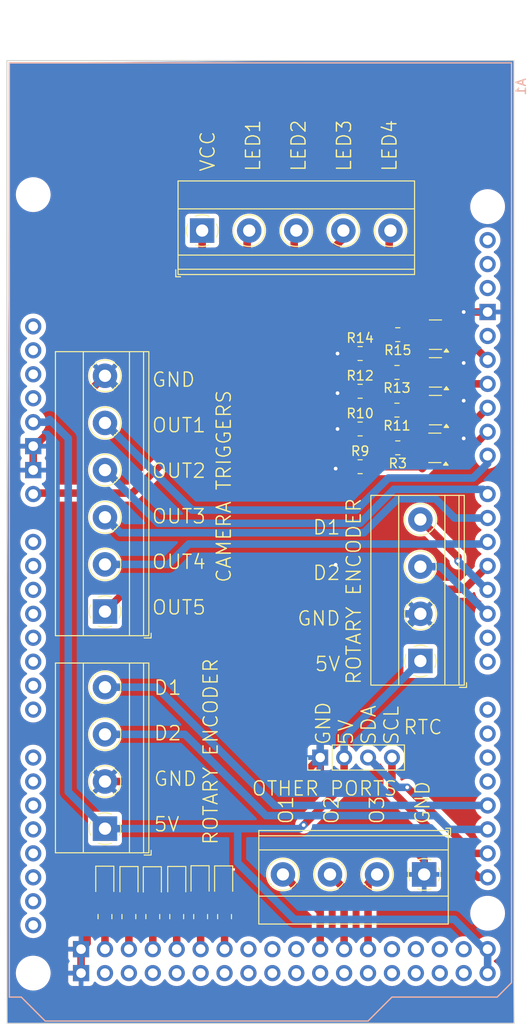
<source format=kicad_pcb>
(kicad_pcb (version 20240108) (generator "pcbnew") (generator_version "8.0")
  (layers (0 "F.Cu" signal) (31 "B.Cu" signal) (34 "B.Paste" user) (35 "F.Paste" user) (36 "B.SilkS" user "B.Silkscreen") (37 "F.SilkS" user "F.Silkscreen") (38 "B.Mask" user) (39 "F.Mask" user) (44 "Edge.Cuts" user))
  (net 0 "")
  (net 2 "+5V")
  (net 22 "Net-(A1-D2_INT0)")
  (net 23 "Net-(A1-D3_INT1)")
  (net 24 "Net-(Cameras/DAQ/Opto1-Pin_1)")
  (net 25 "Net-(Cameras/DAQ/Opto1-Pin_2)")
  (net 26 "Net-(Cameras/DAQ/Opto1-Pin_3)")
  (net 27 "Net-(Cameras/DAQ/Opto1-Pin_4)")
  (net 28 "Net-(Cameras/DAQ/Opto1-Pin_5)")
  (net 29 "LED4-D")
  (net 30 "LED2-D")
  (net 31 "LED3-D")
  (net 32 "LED1-D")
  (net 38 "Net-(A1-D18{slash}TX1)")
  (net 39 "Net-(A1-D19{slash}RX1)")
  (net 40 "Net-(A1-D20{slash}SDA)")
  (net 41 "Net-(A1-D21{slash}SCL)")
  (net 50 "Net-(Other1-Pin_4)")
  (net 52 "Net-(Other1-Pin_3)")
  (net 54 "Net-(Other1-Pin_2)")
  (net 62 "Net-(A1-PadD42)")
  (net 64 "Net-(A1-PadD44)")
  (net 66 "Net-(A1-PadD46)")
  (net 68 "Net-(A1-PadD48)")
  (net 70 "Net-(A1-D50_MISO)")
  (net 72 "Net-(A1-D52_SCK)")
  (net 74 "GND")
  (net 79 "VCC")
  (net 80 "Net-(Q5-D)")
  (net 81 "Net-(Q6-D)")
  (net 82 "Net-(Q7-D)")
  (net 83 "Net-(Q8-D)")
  (net 84 "LED1")
  (net 85 "LED2")
  (net 86 "LED3")
  (net 87 "LED4")
  (net 88 "Net-(V_LED1-A)")
  (net 89 "Net-(V_LED2-A)")
  (net 90 "Net-(V_LED3-A)")
  (net 91 "Net-(V_LED4-A)")
  (net 92 "Net-(V_LED5-A)")
  (net 93 "Net-(V_LED6-A)")
  (footprint "arduino-library:Arduino_Mega2560_R3_Shield_Reduced_Hole" (layer "F.Cu") (at 205.74 43.18 -90)
    (property "Reference" "A1" (at 2.54 -54.356 90) (layer "B.SilkS") (effects (justify mirror)))
    (property "Value" "Arduino_Mega2560_R3_Shield")
    (pad "" np_thru_hole circle (at 13.97 -2.54 270) (size 3.2 3.2) (drill 3.2) (layers "*.Cu" "*.Mask"))
    (pad "" np_thru_hole circle (at 15.24 -50.8 270) (size 3.2 3.2) (drill 3.2) (layers "*.Cu" "*.Mask"))
    (pad "" thru_hole oval (at 27.94 -2.54 270) (size 1.7272 1.7272) (drill 1.016) (layers "*.Cu" "*.Mask"))
    (pad "" np_thru_hole circle (at 90.17 -50.8 270) (size 3.2 3.2) (drill 3.2) (layers "*.Cu" "*.Mask"))
    (pad "" np_thru_hole circle (at 96.52 -2.54 270) (size 3.2 3.2) (drill 3.2) (layers "*.Cu" "*.Mask"))
    (pad "3V3" thru_hole oval (at 35.56 -2.54 270) (size 1.7272 1.7272) (drill 1.016) (layers "*.Cu" "*.Mask"))
    (pad "5V1" thru_hole oval (at 38.1 -2.54 270) (size 1.7272 1.7272) (drill 1.016) (layers "*.Cu" "*.Mask") (net 2 "+5V"))
    (pad "5V3" thru_hole oval (at 93.98 -50.8 270) (size 1.7272 1.7272) (drill 1.016) (layers "*.Cu" "*.Mask") (net 2 "+5V"))
    (pad "5V4" thru_hole oval (at 96.52 -50.8 270) (size 1.7272 1.7272) (drill 1.016) (layers "*.Cu" "*.Mask") (net 2 "+5V"))
    (pad "A0" thru_hole oval (at 50.8 -2.54 270) (size 1.7272 1.7272) (drill 1.016) (layers "*.Cu" "*.Mask"))
    (pad "A1" thru_hole oval (at 53.34 -2.54 270) (size 1.7272 1.7272) (drill 1.016) (layers "*.Cu" "*.Mask"))
    (pad "A2" thru_hole oval (at 55.88 -2.54 270) (size 1.7272 1.7272) (drill 1.016) (layers "*.Cu" "*.Mask"))
    (pad "A3" thru_hole oval (at 58.42 -2.54 270) (size 1.7272 1.7272) (drill 1.016) (layers "*.Cu" "*.Mask"))
    (pad "A4" thru_hole oval (at 60.96 -2.54 270) (size 1.7272 1.7272) (drill 1.016) (layers "*.Cu" "*.Mask"))
    (pad "A5" thru_hole oval (at 63.5 -2.54 270) (size 1.7272 1.7272) (drill 1.016) (layers "*.Cu" "*.Mask"))
    (pad "A6" thru_hole oval (at 66.04 -2.54 270) (size 1.7272 1.7272) (drill 1.016) (layers "*.Cu" "*.Mask"))
    (pad "A7" thru_hole oval (at 68.58 -2.54 270) (size 1.7272 1.7272) (drill 1.016) (layers "*.Cu" "*.Mask"))
    (pad "A8" thru_hole oval (at 73.66 -2.54 270) (size 1.7272 1.7272) (drill 1.016) (layers "*.Cu" "*.Mask"))
    (pad "A9" thru_hole oval (at 76.2 -2.54 270) (size 1.7272 1.7272) (drill 1.016) (layers "*.Cu" "*.Mask"))
    (pad "A10" thru_hole oval (at 78.74 -2.54 270) (size 1.7272 1.7272) (drill 1.016) (layers "*.Cu" "*.Mask"))
    (pad "A11" thru_hole oval (at 81.28 -2.54 270) (size 1.7272 1.7272) (drill 1.016) (layers "*.Cu" "*.Mask"))
    (pad "A12" thru_hole oval (at 83.82 -2.54 270) (size 1.7272 1.7272) (drill 1.016) (layers "*.Cu" "*.Mask"))
    (pad "A13" thru_hole oval (at 86.36 -2.54 270) (size 1.7272 1.7272) (drill 1.016) (layers "*.Cu" "*.Mask"))
    (pad "A14" thru_hole oval (at 88.9 -2.54 270) (size 1.7272 1.7272) (drill 1.016) (layers "*.Cu" "*.Mask"))
    (pad "A15" thru_hole oval (at 91.44 -2.54 270) (size 1.7272 1.7272) (drill 1.016) (layers "*.Cu" "*.Mask"))
    (pad "AREF" thru_hole oval (at 23.876 -50.8 270) (size 1.7272 1.7272) (drill 1.016) (layers "*.Cu" "*.Mask"))
    (pad "D0" thru_hole oval (at 63.5 -50.8 270) (size 1.7272 1.7272) (drill 1.016) (layers "*.Cu" "*.Mask"))
    (pad "D1" thru_hole oval (at 60.96 -50.8 270) (size 1.7272 1.7272) (drill 1.016) (layers "*.Cu" "*.Mask"))
    (pad "D2" thru_hole oval (at 58.42 -50.8 270) (size 1.7272 1.7272) (drill 1.016) (layers "*.Cu" "*.Mask") (net 22 "Net-(A1-D2_INT0)"))
    (pad "D3" thru_hole oval (at 55.88 -50.8 270) (size 1.7272 1.7272) (drill 1.016) (layers "*.Cu" "*.Mask") (net 23 "Net-(A1-D3_INT1)"))
    (pad "D4" thru_hole oval (at 53.34 -50.8 270) (size 1.7272 1.7272) (drill 1.016) (layers "*.Cu" "*.Mask") (net 24 "Net-(Cameras/DAQ/Opto1-Pin_1)"))
    (pad "D5" thru_hole oval (at 50.8 -50.8 270) (size 1.7272 1.7272) (drill 1.016) (layers "*.Cu" "*.Mask") (net 25 "Net-(Cameras/DAQ/Opto1-Pin_2)"))
    (pad "D6" thru_hole oval (at 48.26 -50.8 270) (size 1.7272 1.7272) (drill 1.016) (layers "*.Cu" "*.Mask") (net 26 "Net-(Cameras/DAQ/Opto1-Pin_3)"))
    (pad "D7" thru_hole oval (at 45.72 -50.8 270) (size 1.7272 1.7272) (drill 1.016) (layers "*.Cu" "*.Mask") (net 27 "Net-(Cameras/DAQ/Opto1-Pin_4)"))
    (pad "D8" thru_hole oval (at 41.656 -50.8 270) (size 1.7272 1.7272) (drill 1.016) (layers "*.Cu" "*.Mask") (net 28 "Net-(Cameras/DAQ/Opto1-Pin_5)"))
    (pad "D9" thru_hole oval (at 39.116 -50.8 270) (size 1.7272 1.7272) (drill 1.016) (layers "*.Cu" "*.Mask") (net 32 "LED1-D"))
    (pad "D10" thru_hole oval (at 36.576 -50.8 270) (size 1.7272 1.7272) (drill 1.016) (layers "*.Cu" "*.Mask") (net 30 "LED2-D"))
    (pad "D11" thru_hole oval (at 34.036 -50.8 270) (size 1.7272 1.7272) (drill 1.016) (layers "*.Cu" "*.Mask") (net 31 "LED3-D"))
    (pad "D12" thru_hole oval (at 31.496 -50.8 270) (size 1.7272 1.7272) (drill 1.016) (layers "*.Cu" "*.Mask") (net 29 "LED4-D"))
    (pad "D13" thru_hole oval (at 28.956 -50.8 270) (size 1.7272 1.7272) (drill 1.016) (layers "*.Cu" "*.Mask"))
    (pad "D14" thru_hole oval (at 68.58 -50.8 270) (size 1.7272 1.7272) (drill 1.016) (layers "*.Cu" "*.Mask"))
    (pad "D15" thru_hole oval (at 71.12 -50.8 270) (size 1.7272 1.7272) (drill 1.016) (layers "*.Cu" "*.Mask"))
    (pad "D16" thru_hole oval (at 73.66 -50.8 270) (size 1.7272 1.7272) (drill 1.016) (layers "*.Cu" "*.Mask"))
    (pad "D17" thru_hole oval (at 76.2 -50.8 270) (size 1.7272 1.7272) (drill 1.016) (layers "*.Cu" "*.Mask"))
    (pad "D18" thru_hole oval (at 78.74 -50.8 270) (size 1.7272 1.7272) (drill 1.016) (layers "*.Cu" "*.Mask") (net 38 "Net-(A1-D18{slash}TX1)"))
    (pad "D19" thru_hole oval (at 81.28 -50.8 270) (size 1.7272 1.7272) (drill 1.016) (layers "*.Cu" "*.Mask") (net 39 "Net-(A1-D19{slash}RX1)"))
    (pad "D20" thru_hole oval (at 83.82 -50.8 270) (size 1.7272 1.7272) (drill 1.016) (layers "*.Cu" "*.Mask") (net 40 "Net-(A1-D20{slash}SDA)"))
    (pad "D21" thru_hole oval (at 86.36 -50.8 270) (size 1.7272 1.7272) (drill 1.016) (layers "*.Cu" "*.Mask") (net 41 "Net-(A1-D21{slash}SCL)"))
    (pad "D22" thru_hole oval (at 93.98 -48.26 270) (size 1.7272 1.7272) (drill 1.016) (layers "*.Cu" "*.Mask"))
    (pad "D23" thru_hole oval (at 96.52 -48.26 270) (size 1.7272 1.7272) (drill 1.016) (layers "*.Cu" "*.Mask"))
    (pad "D24" thru_hole oval (at 93.98 -45.72 270) (size 1.7272 1.7272) (drill 1.016) (layers "*.Cu" "*.Mask"))
    (pad "D25" thru_hole oval (at 96.52 -45.72 270) (size 1.7272 1.7272) (drill 1.016) (layers "*.Cu" "*.Mask"))
    (pad "D26" thru_hole oval (at 93.98 -43.18 270) (size 1.7272 1.7272) (drill 1.016) (layers "*.Cu" "*.Mask"))
    (pad "D27" thru_hole oval (at 96.52 -43.18 270) (size 1.7272 1.7272) (drill 1.016) (layers "*.Cu" "*.Mask"))
    (pad "D28" thru_hole oval (at 93.98 -40.64 270) (size 1.7272 1.7272) (drill 1.016) (layers "*.Cu" "*.Mask"))
    (pad "D29" thru_hole oval (at 96.52 -40.64 270) (size 1.7272 1.7272) (drill 1.016) (layers "*.Cu" "*.Mask"))
    (pad "D30" thru_hole oval (at 93.98 -38.1 270) (size 1.7272 1.7272) (drill 1.016) (layers "*.Cu" "*.Mask") (net 54 "Net-(Other1-Pin_2)"))
    (pad "D31" thru_hole oval (at 96.52 -38.1 270) (size 1.7272 1.7272) (drill 1.016) (layers "*.Cu" "*.Mask"))
    (pad "D32" thru_hole oval (at 93.98 -35.56 270) (size 1.7272 1.7272) (drill 1.016) (layers "*.Cu" "*.Mask") (net 52 "Net-(Other1-Pin_3)"))
    (pad "D33" thru_hole oval (at 96.52 -35.56 270) (size 1.7272 1.7272) (drill 1.016) (layers "*.Cu" "*.Mask"))
    (pad "D34" thru_hole oval (at 93.98 -33.02 270) (size 1.7272 1.7272) (drill 1.016) (layers "*.Cu" "*.Mask") (net 50 "Net-(Other1-Pin_4)"))
    (pad "D35" thru_hole oval (at 96.52 -33.02 270) (size 1.7272 1.7272) (drill 1.016) (layers "*.Cu" "*.Mask"))
    (pad "D36" thru_hole oval (at 93.98 -30.48 270) (size 1.7272 1.7272) (drill 1.016) (layers "*.Cu" "*.Mask"))
    (pad "D37" thru_hole oval (at 96.52 -30.48 270) (size 1.7272 1.7272) (drill 1.016) (layers "*.Cu" "*.Mask"))
    (pad "D38" thru_hole oval (at 93.98 -27.94 270) (size 1.7272 1.7272) (drill 1.016) (layers "*.Cu" "*.Mask"))
    (pad "D39" thru_hole oval (at 96.52 -27.94 270) (size 1.7272 1.7272) (drill 1.016) (layers "*.Cu" "*.Mask"))
    (pad "D40" thru_hole oval (at 93.98 -25.4 270) (size 1.7272 1.7272) (drill 1.016) (layers "*.Cu" "*.Mask"))
    (pad "D41" thru_hole oval (at 96.52 -25.4 270) (size 1.7272 1.7272) (drill 1.016) (layers "*.Cu" "*.Mask"))
    (pad "D42" thru_hole oval (at 93.98 -22.86 270) (size 1.7272 1.7272) (drill 1.016) (layers "*.Cu" "*.Mask") (net 62 "Net-(A1-PadD42)"))
    (pad "D43" thru_hole oval (at 96.52 -22.86 270) (size 1.7272 1.7272) (drill 1.016) (layers "*.Cu" "*.Mask"))
    (pad "D44" thru_hole oval (at 93.98 -20.32 270) (size 1.7272 1.7272) (drill 1.016) (layers "*.Cu" "*.Mask") (net 64 "Net-(A1-PadD44)"))
    (pad "D45" thru_hole oval (at 96.52 -20.32 270) (size 1.7272 1.7272) (drill 1.016) (layers "*.Cu" "*.Mask"))
    (pad "D46" thru_hole oval (at 93.98 -17.78 270) (size 1.7272 1.7272) (drill 1.016) (layers "*.Cu" "*.Mask") (net 66 "Net-(A1-PadD46)"))
    (pad "D47" thru_hole oval (at 96.52 -17.78 270) (size 1.7272 1.7272) (drill 1.016) (layers "*.Cu" "*.Mask"))
    (pad "D48" thru_hole oval (at 93.98 -15.24 270) (size 1.7272 1.7272) (drill 1.016) (layers "*.Cu" "*.Mask") (net 68 "Net-(A1-PadD48)"))
    (pad "D49" thru_hole oval (at 96.52 -15.24 270) (size 1.7272 1.7272) (drill 1.016) (layers "*.Cu" "*.Mask"))
    (pad "D50" thru_hole oval (at 93.98 -12.7 270) (size 1.7272 1.7272) (drill 1.016) (layers "*.Cu" "*.Mask") (net 70 "Net-(A1-D50_MISO)"))
    (pad "D51" thru_hole oval (at 96.52 -12.7 270) (size 1.7272 1.7272) (drill 1.016) (layers "*.Cu" "*.Mask"))
    (pad "D52" thru_hole oval (at 93.98 -10.16 270) (size 1.7272 1.7272) (drill 1.016) (layers "*.Cu" "*.Mask") (net 72 "Net-(A1-D52_SCK)"))
    (pad "D53" thru_hole oval (at 96.52 -10.16 270) (size 1.7272 1.7272) (drill 1.016) (layers "*.Cu" "*.Mask"))
    (pad "GND1" thru_hole rect (at 26.416 -50.8 270) (size 1.7272 1.7272) (drill 1.016) (layers "*.Cu" "*.Mask") (net 74 "GND"))
    (pad "GND2" thru_hole rect (at 40.64 -2.54 270) (size 1.7272 1.7272) (drill 1.016) (layers "*.Cu" "*.Mask") (net 74 "GND"))
    (pad "GND3" thru_hole rect (at 43.18 -2.54 270) (size 1.7272 1.7272) (drill 1.016) (layers "*.Cu" "*.Mask") (net 74 "GND"))
    (pad "GND5" thru_hole rect (at 93.98 -7.62 270) (size 1.7272 1.7272) (drill 1.016) (layers "*.Cu" "*.Mask") (net 74 "GND"))
    (pad "GND6" thru_hole rect (at 96.52 -7.62 270) (size 1.7272 1.7272) (drill 1.016) (layers "*.Cu" "*.Mask") (net 74 "GND"))
    (pad "IORF" thru_hole oval (at 30.48 -2.54 270) (size 1.7272 1.7272) (drill 1.016) (layers "*.Cu" "*.Mask"))
    (pad "RST1" thru_hole oval (at 33.02 -2.54 270) (size 1.7272 1.7272) (drill 1.016) (layers "*.Cu" "*.Mask"))
    (pad "SCL" thru_hole oval (at 18.796 -50.8 270) (size 1.7272 1.7272) (drill 1.016) (layers "*.Cu" "*.Mask"))
    (pad "SDA" thru_hole oval (at 21.336 -50.8 270) (size 1.7272 1.7272) (drill 1.016) (layers "*.Cu" "*.Mask"))
    (pad "VIN" thru_hole oval (at 45.72 -2.54 270) (size 1.7272 1.7272) (drill 1.016) (layers "*.Cu" "*.Mask") (net 79 "VCC"))
  )
  (footprint "Connector_PinHeader_2.54mm:PinHeader_1x04_P2.54mm_Vertical" (layer "F.Cu") (at 238.76 116.84 90)
    (property "Reference" "Real_Time_Clock1" (hide yes))
    (property "Value" "Conn_01x04_Pin")
    (pad "1" thru_hole rect (at 0 0 90) (size 1.7 1.7) (drill 1) (layers "*.Cu" "*.Mask") (net 74 "GND"))
    (pad "2" thru_hole oval (at 0 2.54 90) (size 1.7 1.7) (drill 1) (layers "*.Cu" "*.Mask") (net 2 "+5V"))
    (pad "3" thru_hole oval (at 0 5.08 90) (size 1.7 1.7) (drill 1) (layers "*.Cu" "*.Mask") (net 40 "Net-(A1-D20{slash}SDA)"))
    (pad "4" thru_hole oval (at 0 7.62 90) (size 1.7 1.7) (drill 1) (layers "*.Cu" "*.Mask") (net 41 "Net-(A1-D21{slash}SCL)"))
  )
  (footprint "LED_SMD:LED_0805_2012Metric" (layer "F.Cu") (at 220.9292 130.1031 -90)
    (property "Reference" "V_LED4" (hide yes))
    (property "Value" "LED")
    (pad "1" smd roundrect (at -0.9375 0 270) (size 0.975 1.4) (layers "F.Cu" "F.Paste" "F.Mask") (net 74 "GND"))
    (pad "2" smd roundrect (at 0.9375 0 270) (size 0.975 1.4) (layers "F.Cu" "F.Paste" "F.Mask") (net 91 "Net-(V_LED4-A)"))
  )
  (footprint "TerminalBlock_Phoenix:TerminalBlock_Phoenix_MKDS-1,5-5_1x05_P5.00mm_Horizontal" (layer "F.Cu") (at 226.22 60.96)
    (property "Reference" "UV_Leds/IR_LEDs1" (hide yes))
    (property "Value" "Screw_Terminal_01x05" (hide yes))
    (pad "1" thru_hole rect (at 0 0) (size 2.6 2.6) (drill 1.3) (layers "*.Cu" "*.Mask") (net 79 "VCC"))
    (pad "2" thru_hole circle (at 5 0) (size 2.6 2.6) (drill 1.3) (layers "*.Cu" "*.Mask") (net 84 "LED1"))
    (pad "3" thru_hole circle (at 10 0) (size 2.6 2.6) (drill 1.3) (layers "*.Cu" "*.Mask") (net 85 "LED2"))
    (pad "4" thru_hole circle (at 15 0) (size 2.6 2.6) (drill 1.3) (layers "*.Cu" "*.Mask") (net 86 "LED3"))
    (pad "5" thru_hole circle (at 20 0) (size 2.6 2.6) (drill 1.3) (layers "*.Cu" "*.Mask") (net 87 "LED4"))
  )
  (footprint "TerminalBlock_Phoenix:TerminalBlock_Phoenix_MKDS-1,5-4_1x04_P5.00mm_Horizontal" (layer "F.Cu") (at 215.9004 124.38 90)
    (property "Reference" "Rotary_Encoder1" (hide yes))
    (property "Value" "Screw_Terminal_01x04")
    (pad "1" thru_hole rect (at 0 0 90) (size 2.6 2.6) (drill 1.3) (layers "*.Cu" "*.Mask") (net 2 "+5V"))
    (pad "2" thru_hole circle (at 5 0 90) (size 2.6 2.6) (drill 1.3) (layers "*.Cu" "*.Mask") (net 74 "GND"))
    (pad "3" thru_hole circle (at 10 0 90) (size 2.6 2.6) (drill 1.3) (layers "*.Cu" "*.Mask") (net 39 "Net-(A1-D19{slash}RX1)"))
    (pad "4" thru_hole circle (at 15 0 90) (size 2.6 2.6) (drill 1.3) (layers "*.Cu" "*.Mask") (net 38 "Net-(A1-D18{slash}TX1)"))
  )
  (footprint "Package_TO_SOT_SMD:SOT-23" (layer "F.Cu") (at 251 72 180)
    (property "Reference" "Q8" (hide yes))
    (property "Value" "AOSS32334c")
    (pad "1" smd roundrect (at -0.9375 -0.95 180) (size 1.475 0.6) (layers "F.Cu" "F.Paste" "F.Mask") (net 29 "LED4-D"))
    (pad "2" smd roundrect (at -0.9375 0.95 180) (size 1.475 0.6) (layers "F.Cu" "F.Paste" "F.Mask") (net 74 "GND"))
    (pad "3" smd roundrect (at 0.9375 0 180) (size 1.475 0.6) (layers "F.Cu" "F.Paste" "F.Mask") (net 83 "Net-(Q8-D)"))
  )
  (footprint "TerminalBlock_Phoenix:TerminalBlock_Phoenix_MKDS-1,5-4_1x04_P5.00mm_Horizontal" (layer "F.Cu") (at 249.4 106.6 90)
    (property "Reference" "Rotary_Encoder2" (hide yes))
    (property "Value" "Screw_Terminal_01x04")
    (pad "1" thru_hole rect (at 0 0 90) (size 2.6 2.6) (drill 1.3) (layers "*.Cu" "*.Mask") (net 2 "+5V"))
    (pad "2" thru_hole circle (at 5 0 90) (size 2.6 2.6) (drill 1.3) (layers "*.Cu" "*.Mask") (net 74 "GND"))
    (pad "3" thru_hole circle (at 10 0 90) (size 2.6 2.6) (drill 1.3) (layers "*.Cu" "*.Mask") (net 22 "Net-(A1-D2_INT0)"))
    (pad "4" thru_hole circle (at 15 0 90) (size 2.6 2.6) (drill 1.3) (layers "*.Cu" "*.Mask") (net 23 "Net-(A1-D3_INT1)"))
  )
  (footprint "LED_SMD:LED_0805_2012Metric" (layer "F.Cu") (at 215.88 130.0463 -90)
    (property "Reference" "V_LED6" (hide yes))
    (property "Value" "LED")
    (pad "1" smd roundrect (at -0.9375 0 270) (size 0.975 1.4) (layers "F.Cu" "F.Paste" "F.Mask") (net 74 "GND"))
    (pad "2" smd roundrect (at 0.9375 0 270) (size 0.975 1.4) (layers "F.Cu" "F.Paste" "F.Mask") (net 93 "Net-(V_LED6-A)"))
  )
  (footprint "Resistor_SMD:R_0805_2012Metric" (layer "F.Cu") (at 223.52 133.7075 -90)
    (property "Reference" "V_LED_R3" (hide yes))
    (property "Value" "300")
    (pad "1" smd roundrect (at -0.9125 0 270) (size 1.025 1.4) (layers "F.Cu" "F.Paste" "F.Mask") (roundrect_rratio 0.243902) (net 90 "Net-(V_LED3-A)"))
    (pad "2" smd roundrect (at 0.9125 0 270) (size 1.025 1.4) (layers "F.Cu" "F.Paste" "F.Mask") (roundrect_rratio 0.243902) (net 66 "Net-(A1-PadD46)"))
  )
  (footprint "LED_SMD:LED_0805_2012Metric" (layer "F.Cu") (at 228.504 130.0178 -90)
    (property "Reference" "V_LED1" (hide yes))
    (property "Value" "LED")
    (pad "1" smd roundrect (at -0.9375 0 270) (size 0.975 1.4) (layers "F.Cu" "F.Paste" "F.Mask") (net 74 "GND"))
    (pad "2" smd roundrect (at 0.9375 0 270) (size 0.975 1.4) (layers "F.Cu" "F.Paste" "F.Mask") (net 88 "Net-(V_LED1-A)"))
  )
  (footprint "Package_TO_SOT_SMD:SOT-23" (layer "F.Cu") (at 251 76 180)
    (property "Reference" "Q7" (hide yes))
    (property "Value" "AOSS32334c")
    (pad "1" smd roundrect (at -0.9375 -0.95 180) (size 1.475 0.6) (layers "F.Cu" "F.Paste" "F.Mask") (net 31 "LED3-D"))
    (pad "2" smd roundrect (at -0.9375 0.95 180) (size 1.475 0.6) (layers "F.Cu" "F.Paste" "F.Mask") (net 74 "GND"))
    (pad "3" smd roundrect (at 0.9375 0 180) (size 1.475 0.6) (layers "F.Cu" "F.Paste" "F.Mask") (net 82 "Net-(Q7-D)"))
  )
  (footprint "Resistor_SMD:R_0805_2012Metric" (layer "F.Cu") (at 243 86)
    (property "Reference" "R9" (at 0 -1.65 0) (layer "F.SilkS"))
    (property "Value" "10k")
    (pad "1" smd roundrect (at -0.9125 0) (size 1.025 1.4) (layers "F.Cu" "F.Paste" "F.Mask") (roundrect_rratio 0.243902) (net 74 "GND"))
    (pad "2" smd roundrect (at 0.9125 0) (size 1.025 1.4) (layers "F.Cu" "F.Paste" "F.Mask") (roundrect_rratio 0.243902) (net 32 "LED1-D"))
  )
  (footprint "LED_SMD:LED_0805_2012Metric" (layer "F.Cu") (at 226 130 -90)
    (property "Reference" "V_LED2" (hide yes))
    (property "Value" "LED")
    (pad "1" smd roundrect (at -0.9375 0 270) (size 0.975 1.4) (layers "F.Cu" "F.Paste" "F.Mask") (net 74 "GND"))
    (pad "2" smd roundrect (at 0.9375 0 270) (size 0.975 1.4) (layers "F.Cu" "F.Paste" "F.Mask") (net 89 "Net-(V_LED2-A)"))
  )
  (footprint "Resistor_SMD:R_0805_2012Metric" (layer "F.Cu") (at 243 74)
    (property "Reference" "R14" (at 0 -1.65 0) (layer "F.SilkS"))
    (property "Value" "10k")
    (pad "1" smd roundrect (at -0.9125 0) (size 1.025 1.4) (layers "F.Cu" "F.Paste" "F.Mask") (roundrect_rratio 0.243902) (net 74 "GND"))
    (pad "2" smd roundrect (at 0.9125 0) (size 1.025 1.4) (layers "F.Cu" "F.Paste" "F.Mask") (roundrect_rratio 0.243902) (net 29 "LED4-D"))
  )
  (footprint "TerminalBlock_Phoenix:TerminalBlock_Phoenix_MKDS-1,5-4_1x04_P5.00mm_Horizontal" (layer "F.Cu") (at 249.8 129.235 180)
    (property "Reference" "Other1" (hide yes))
    (property "Value" "Screw_Terminal_01x04")
    (pad "1" thru_hole rect (at 0 0 180) (size 2.6 2.6) (drill 1.3) (layers "*.Cu" "*.Mask") (net 74 "GND"))
    (pad "2" thru_hole circle (at 5 0 180) (size 2.6 2.6) (drill 1.3) (layers "*.Cu" "*.Mask") (net 54 "Net-(Other1-Pin_2)"))
    (pad "3" thru_hole circle (at 10 0 180) (size 2.6 2.6) (drill 1.3) (layers "*.Cu" "*.Mask") (net 52 "Net-(Other1-Pin_3)"))
    (pad "4" thru_hole circle (at 15 0 180) (size 2.6 2.6) (drill 1.3) (layers "*.Cu" "*.Mask") (net 50 "Net-(Other1-Pin_4)"))
  )
  (footprint "Resistor_SMD:R_0805_2012Metric" (layer "F.Cu") (at 226.06 133.7075 -90)
    (property "Reference" "V_LED_R2" (hide yes))
    (property "Value" "300")
    (pad "1" smd roundrect (at -0.9125 0 270) (size 1.025 1.4) (layers "F.Cu" "F.Paste" "F.Mask") (roundrect_rratio 0.243902) (net 89 "Net-(V_LED2-A)"))
    (pad "2" smd roundrect (at 0.9125 0 270) (size 1.025 1.4) (layers "F.Cu" "F.Paste" "F.Mask") (roundrect_rratio 0.243902) (net 64 "Net-(A1-PadD44)"))
  )
  (footprint "Resistor_SMD:R_0805_2012Metric" (layer "F.Cu") (at 220.98 133.7075 -90)
    (property "Reference" "V_LED_R4" (hide yes))
    (property "Value" "300")
    (pad "1" smd roundrect (at -0.9125 0 270) (size 1.025 1.4) (layers "F.Cu" "F.Paste" "F.Mask") (roundrect_rratio 0.243902) (net 91 "Net-(V_LED4-A)"))
    (pad "2" smd roundrect (at 0.9125 0 270) (size 1.025 1.4) (layers "F.Cu" "F.Paste" "F.Mask") (roundrect_rratio 0.243902) (net 68 "Net-(A1-PadD48)"))
  )
  (footprint "LED_SMD:LED_0805_2012Metric" (layer "F.Cu") (at 223.524 130.075 -90)
    (property "Reference" "V_LED3" (hide yes))
    (property "Value" "LED")
    (pad "1" smd roundrect (at -0.9375 0 270) (size 0.975 1.4) (layers "F.Cu" "F.Paste" "F.Mask") (net 74 "GND"))
    (pad "2" smd roundrect (at 0.9375 0 270) (size 0.975 1.4) (layers "F.Cu" "F.Paste" "F.Mask") (net 90 "Net-(V_LED3-A)"))
  )
  (footprint "Resistor_SMD:R_0805_2012Metric" (layer "F.Cu") (at 247 84 180)
    (property "Reference" "R3" (at 0 -1.65 180) (layer "F.SilkS"))
    (property "Value" "300")
    (pad "1" smd roundrect (at -0.9125 0 180) (size 1.025 1.4) (layers "F.Cu" "F.Paste" "F.Mask") (roundrect_rratio 0.243902) (net 80 "Net-(Q5-D)"))
    (pad "2" smd roundrect (at 0.9125 0 180) (size 1.025 1.4) (layers "F.Cu" "F.Paste" "F.Mask") (roundrect_rratio 0.243902) (net 84 "LED1"))
  )
  (footprint "Resistor_SMD:R_0805_2012Metric" (layer "F.Cu") (at 246.9125 76 180)
    (property "Reference" "R13" (at 0 -1.65 180) (layer "F.SilkS"))
    (property "Value" "300")
    (pad "1" smd roundrect (at -0.9125 0 180) (size 1.025 1.4) (layers "F.Cu" "F.Paste" "F.Mask") (roundrect_rratio 0.243902) (net 82 "Net-(Q7-D)"))
    (pad "2" smd roundrect (at 0.9125 0 180) (size 1.025 1.4) (layers "F.Cu" "F.Paste" "F.Mask") (roundrect_rratio 0.243902) (net 86 "LED3"))
  )
  (footprint "Resistor_SMD:R_0805_2012Metric" (layer "F.Cu") (at 228.6 133.7075 -90)
    (property "Reference" "V_LED_R1" (hide yes))
    (property "Value" "300")
    (pad "1" smd roundrect (at -0.9125 0 270) (size 1.025 1.4) (layers "F.Cu" "F.Paste" "F.Mask") (roundrect_rratio 0.243902) (net 88 "Net-(V_LED1-A)"))
    (pad "2" smd roundrect (at 0.9125 0 270) (size 1.025 1.4) (layers "F.Cu" "F.Paste" "F.Mask") (roundrect_rratio 0.243902) (net 62 "Net-(A1-PadD42)"))
  )
  (footprint "Resistor_SMD:R_0805_2012Metric" (layer "F.Cu") (at 218.44 133.7075 -90)
    (property "Reference" "V_LED_R5" (hide yes))
    (property "Value" "300")
    (pad "1" smd roundrect (at -0.9125 0 270) (size 1.025 1.4) (layers "F.Cu" "F.Paste" "F.Mask") (roundrect_rratio 0.243902) (net 92 "Net-(V_LED5-A)"))
    (pad "2" smd roundrect (at 0.9125 0 270) (size 1.025 1.4) (layers "F.Cu" "F.Paste" "F.Mask") (roundrect_rratio 0.243902) (net 70 "Net-(A1-D50_MISO)"))
  )
  (footprint "Resistor_SMD:R_0805_2012Metric" (layer "F.Cu") (at 215.9 133.7075 -90)
    (property "Reference" "V_LED_R6" (hide yes))
    (property "Value" "300")
    (pad "1" smd roundrect (at -0.9125 0 270) (size 1.025 1.4) (layers "F.Cu" "F.Paste" "F.Mask") (roundrect_rratio 0.243902) (net 93 "Net-(V_LED6-A)"))
    (pad "2" smd roundrect (at 0.9125 0 270) (size 1.025 1.4) (layers "F.Cu" "F.Paste" "F.Mask") (roundrect_rratio 0.243902) (net 72 "Net-(A1-D52_SCK)"))
  )
  (footprint "Resistor_SMD:R_0805_2012Metric" (layer "F.Cu") (at 243 78)
    (property "Reference" "R12" (at 0 -1.65 0) (layer "F.SilkS"))
    (property "Value" "10k")
    (pad "1" smd roundrect (at -0.9125 0) (size 1.025 1.4) (layers "F.Cu" "F.Paste" "F.Mask") (roundrect_rratio 0.243902) (net 74 "GND"))
    (pad "2" smd roundrect (at 0.9125 0) (size 1.025 1.4) (layers "F.Cu" "F.Paste" "F.Mask") (roundrect_rratio 0.243902) (net 31 "LED3-D"))
  )
  (footprint "LED_SMD:LED_0805_2012Metric" (layer "F.Cu") (at 218.45 130.0831 -90)
    (property "Reference" "V_LED5" (hide yes))
    (property "Value" "LED")
    (pad "1" smd roundrect (at -0.9375 0 270) (size 0.975 1.4) (layers "F.Cu" "F.Paste" "F.Mask") (net 74 "GND"))
    (pad "2" smd roundrect (at 0.9375 0 270) (size 0.975 1.4) (layers "F.Cu" "F.Paste" "F.Mask") (net 92 "Net-(V_LED5-A)"))
  )
  (footprint "Resistor_SMD:R_0805_2012Metric" (layer "F.Cu") (at 246.9125 80 180)
    (property "Reference" "R11" (at 0 -1.65 180) (layer "F.SilkS"))
    (property "Value" "300")
    (pad "1" smd roundrect (at -0.9125 0 180) (size 1.025 1.4) (layers "F.Cu" "F.Paste" "F.Mask") (roundrect_rratio 0.243902) (net 81 "Net-(Q6-D)"))
    (pad "2" smd roundrect (at 0.9125 0 180) (size 1.025 1.4) (layers "F.Cu" "F.Paste" "F.Mask") (roundrect_rratio 0.243902) (net 85 "LED2"))
  )
  (footprint "Resistor_SMD:R_0805_2012Metric" (layer "F.Cu") (at 247 72 180)
    (property "Reference" "R15" (at 0 -1.65 180) (layer "F.SilkS"))
    (property "Value" "300")
    (pad "1" smd roundrect (at -0.9125 0 180) (size 1.025 1.4) (layers "F.Cu" "F.Paste" "F.Mask") (roundrect_rratio 0.243902) (net 83 "Net-(Q8-D)"))
    (pad "2" smd roundrect (at 0.9125 0 180) (size 1.025 1.4) (layers "F.Cu" "F.Paste" "F.Mask") (roundrect_rratio 0.243902) (net 87 "LED4"))
  )
  (footprint "Resistor_SMD:R_0805_2012Metric" (layer "F.Cu") (at 243 82)
    (property "Reference" "R10" (at 0 -1.65 0) (layer "F.SilkS"))
    (property "Value" "10k")
    (pad "1" smd roundrect (at -0.9125 0) (size 1.025 1.4) (layers "F.Cu" "F.Paste" "F.Mask") (roundrect_rratio 0.243902) (net 74 "GND"))
    (pad "2" smd roundrect (at 0.9125 0) (size 1.025 1.4) (layers "F.Cu" "F.Paste" "F.Mask") (roundrect_rratio 0.243902) (net 30 "LED2-D"))
  )
  (footprint "Package_TO_SOT_SMD:SOT-23" (layer "F.Cu") (at 251 80 180)
    (property "Reference" "Q6" (hide yes))
    (property "Value" "AOSS32334c")
    (pad "1" smd roundrect (at -0.9375 -0.95 180) (size 1.475 0.6) (layers "F.Cu" "F.Paste" "F.Mask") (net 30 "LED2-D"))
    (pad "2" smd roundrect (at -0.9375 0.95 180) (size 1.475 0.6) (layers "F.Cu" "F.Paste" "F.Mask") (net 74 "GND"))
    (pad "3" smd roundrect (at 0.9375 0 180) (size 1.475 0.6) (layers "F.Cu" "F.Paste" "F.Mask") (net 81 "Net-(Q6-D)"))
  )
  (footprint "Package_TO_SOT_SMD:SOT-23" (layer "F.Cu") (at 250.9375 84 180)
    (property "Reference" "Q5" (hide yes))
    (property "Value" "AOSS32334c")
    (pad "1" smd roundrect (at -0.9375 -0.95 180) (size 1.475 0.6) (layers "F.Cu" "F.Paste" "F.Mask") (net 32 "LED1-D"))
    (pad "2" smd roundrect (at -0.9375 0.95 180) (size 1.475 0.6) (layers "F.Cu" "F.Paste" "F.Mask") (net 74 "GND"))
    (pad "3" smd roundrect (at 0.9375 0 180) (size 1.475 0.6) (layers "F.Cu" "F.Paste" "F.Mask") (net 80 "Net-(Q5-D)"))
  )
  (footprint "TerminalBlock_Phoenix:TerminalBlock_Phoenix_MKDS-1,5-6_1x06_P5.00mm_Horizontal" (layer "F.Cu") (at 215.9 101.36 90)
    (property "Reference" "Cameras/DAQ/Opto1" (hide yes))
    (property "Value" "Screw_Terminal_01x06")
    (pad "1" thru_hole rect (at 0 0 90) (size 2.6 2.6) (drill 1.3) (layers "*.Cu" "*.Mask") (net 24 "Net-(Cameras/DAQ/Opto1-Pin_1)"))
    (pad "2" thru_hole circle (at 5 0 90) (size 2.6 2.6) (drill 1.3) (layers "*.Cu" "*.Mask") (net 25 "Net-(Cameras/DAQ/Opto1-Pin_2)"))
    (pad "3" thru_hole circle (at 10 0 90) (size 2.6 2.6) (drill 1.3) (layers "*.Cu" "*.Mask") (net 26 "Net-(Cameras/DAQ/Opto1-Pin_3)"))
    (pad "4" thru_hole circle (at 15 0 90) (size 2.6 2.6) (drill 1.3) (layers "*.Cu" "*.Mask") (net 27 "Net-(Cameras/DAQ/Opto1-Pin_4)"))
    (pad "5" thru_hole circle (at 20 0 90) (size 2.6 2.6) (drill 1.3) (layers "*.Cu" "*.Mask") (net 28 "Net-(Cameras/DAQ/Opto1-Pin_5)"))
    (pad "6" thru_hole circle (at 25 0 90) (size 2.6 2.6) (drill 1.3) (layers "*.Cu" "*.Mask") (net 74 "GND"))
  )
  (gr_line (start 259.33 140.82) (end 259.34 42.93) (stroke (width 0.1)) (layer "Edge.Cuts"))
  (gr_line (start 259.34 42.93) (end 205.48 42.93) (stroke (width 0.1)) (layer "Edge.Cuts"))
  (gr_line (start 259.36 145.02) (end 205.5 145.02) (stroke (width 0.1)) (layer "Edge.Cuts"))
  (gr_line (start 205.49 142.49) (end 205.5 145.02) (stroke (width 0.1)) (layer "Edge.Cuts"))
  (gr_line (start 205.48 42.93) (end 205.49 142.49) (stroke (width 0.1)) (layer "Edge.Cuts"))
  (gr_line (start 259.33 140.82) (end 259.36 145.02) (stroke (width 0.1)) (layer "Edge.Cuts"))
  (gr_text "CAMERA TRIGGERS" (at 229.4 98.4 90) (layer "F.SilkS") (effects (font (size 1.5 1.5)) (justify left bottom)))
  (gr_text "RTC" (at 247.5 114.5 0) (layer "F.SilkS") (effects (font (size 1.5 1.5)) (justify left bottom)))
  (gr_text "GND\n5V\nSDA\nSCL" (at 247.2 115.6 90) (layer "F.SilkS") (effects (font (size 1.5 1.5)) (justify left bottom)))
  (gr_text "OTHER PORTS" (at 231.4 121 0) (layer "F.SilkS") (effects (font (size 1.5 1.5)) (justify left bottom)))
  (gr_text "O1\n\nO2\n\nO3\n\nGND" (at 250.5 124 90) (layer "F.SilkS") (effects (font (size 1.5 1.5)) (justify left bottom)))
  (gr_text "D1\n\nD2\n\nGND\n\n5V" (at 221 124.8 0) (layer "F.SilkS") (effects (font (size 1.5 1.5)) (justify left bottom)))
  (gr_text "ROTARY ENCODER" (at 243.2 109.2 90) (layer "F.SilkS") (effects (font (size 1.5 1.5)) (justify left bottom)))
  (gr_text "D1\n\nD2\n\nGND\n\n5V" (at 241 107.8 0) (layer "F.SilkS") (effects (font (size 1.5 1.5)) (justify right bottom)))
  (gr_text "GND\n\nOUT1\n\nOUT2\n\nOUT3\n\nOUT4\n\nOUT5" (at 220.8 101.8 0) (layer "F.SilkS") (effects (font (size 1.5 1.5)) (justify left bottom)))
  (gr_text "VCC\n\nLED1\n\nLED2\n\nLED3\n\nLED4\n" (at 247 54.8 90) (layer "F.SilkS") (effects (font (size 1.5 1.5)) (justify left bottom)))
  (gr_text "ROTARY ENCODER" (at 228 126.2 90) (layer "F.SilkS") (effects (font (size 1.5 1.5)) (justify left bottom)))
  (segment (start 237 124) (end 241.3 119.7) (width 0.8) (layer "F.Cu") (net 2))
  (segment (start 241.3 119.7) (end 241.3 116.84) (width 0.8) (layer "F.Cu") (net 2))
  (via (at 237 124) (size 0.8) (drill 0.4) (layers "F.Cu" "B.Cu") (net 2))
  (segment (start 253 134) (end 236 134) (width 0.8) (layer "B.Cu") (net 2))
  (segment (start 230 124.38) (end 236.62 124.38) (width 0.8) (layer "B.Cu") (net 2))
  (segment (start 212 83) (end 210 81) (width 0.8) (layer "B.Cu") (net 2))
  (segment (start 241.3 114.7) (end 249.4 106.6) (width 0.8) (layer "B.Cu") (net 2))
  (segment (start 236 134) (end 230 128) (width 0.8) (layer "B.Cu") (net 2))
  (segment (start 209.72 81.28) (end 208.28 81.28) (width 0.8) (layer "B.Cu") (net 2))
  (segment (start 241.3 116.84) (end 241.3 114.7) (width 0.8) (layer "B.Cu") (net 2))
  (segment (start 236.62 124.38) (end 237 124) (width 0.8) (layer "B.Cu") (net 2))
  (segment (start 230 128) (end 230 124.38) (width 0.8) (layer "B.Cu") (net 2))
  (segment (start 256.16 137.16) (end 253 134) (width 0.8) (layer "B.Cu") (net 2))
  (segment (start 215.9004 124.38) (end 212 120.4796) (width 0.8) (layer "B.Cu") (net 2))
  (segment (start 256.54 139.7) (end 256.54 137.16) (width 0.8) (layer "B.Cu") (net 2))
  (segment (start 256.54 137.16) (end 256.16 137.16) (width 0.8) (layer "B.Cu") (net 2))
  (segment (start 215.9004 124.38) (end 230 124.38) (width 0.8) (layer "B.Cu") (net 2))
  (segment (start 212 120.4796) (end 212 83) (width 0.8) (layer "B.Cu") (net 2))
  (segment (start 210 81) (end 209.72 81.28) (width 0.8) (layer "B.Cu") (net 2))
  (segment (start 251.54 96.6) (end 256.54 101.6) (width 0.8) (layer "B.Cu") (net 22))
  (segment (start 249.4 96.6) (end 251.54 96.6) (width 0.8) (layer "B.Cu") (net 22))
  (segment (start 253.4 95.6) (end 249.4 91.6) (width 0.8) (layer "F.Cu") (net 23))
  (segment (start 253.4 96) (end 253.4 95.6) (width 0.8) (layer "F.Cu") (net 23))
  (via (at 253.4 96) (size 0.8) (drill 0.4) (layers "F.Cu" "B.Cu") (net 23))
  (segment (start 256.54 99.06) (end 256.46 99.06) (width 0.8) (layer "B.Cu") (net 23))
  (segment (start 256.46 99.06) (end 253.4 96) (width 0.8) (layer "B.Cu") (net 23))
  (segment (start 215.9 101.36) (end 218.26 99) (width 0.8) (layer "F.Cu") (net 24))
  (segment (start 254.06 99) (end 256.54 96.52) (width 0.8) (layer "F.Cu") (net 24))
  (segment (start 218.26 99) (end 254.06 99) (width 0.8) (layer "F.Cu") (net 24))
  (segment (start 256.32 94.2) (end 256.54 93.98) (width 0.8) (layer "B.Cu") (net 25))
  (segment (start 215.9 96.36) (end 222.64 96.36) (width 0.8) (layer "B.Cu") (net 25))
  (segment (start 224.8 94.2) (end 256.32 94.2) (width 0.8) (layer "B.Cu") (net 25))
  (segment (start 222.64 96.36) (end 224.8 94.2) (width 0.8) (layer "B.Cu") (net 25))
  (segment (start 256.54 91.44) (end 253.04 91.44) (width 0.8) (layer "B.Cu") (net 26))
  (segment (start 251 89.4) (end 247 89.4) (width 0.8) (layer "B.Cu") (net 26))
  (segment (start 253.04 91.44) (end 251 89.4) (width 0.8) (layer "B.Cu") (net 26))
  (segment (start 243.4 93) (end 217.54 93) (width 0.8) (layer "B.Cu") (net 26))
  (segment (start 217.54 93) (end 215.9 91.36) (width 0.8) (layer "B.Cu") (net 26))
  (segment (start 247 89.4) (end 243.4 93) (width 0.8) (layer "B.Cu") (net 26))
  (segment (start 246.585786 88.4) (end 256.04 88.4) (width 0.8) (layer "B.Cu") (net 27))
  (segment (start 221.54 92) (end 242.985786 92) (width 0.8) (layer "B.Cu") (net 27))
  (segment (start 215.9 86.36) (end 221.54 92) (width 0.8) (layer "B.Cu") (net 27))
  (segment (start 242.985786 92) (end 246.585786 88.4) (width 0.8) (layer "B.Cu") (net 27))
  (segment (start 256.04 88.4) (end 256.54 88.9) (width 0.8) (layer "B.Cu") (net 27))
  (segment (start 225.14 90.6) (end 224.97 90.43) (width 0.8) (layer "B.Cu") (net 28))
  (segment (start 242.6 90.6) (end 225.14 90.6) (width 0.8) (layer "B.Cu") (net 28))
  (segment (start 255 87.2) (end 246 87.2) (width 0.8) (layer "B.Cu") (net 28))
  (segment (start 246 87.2) (end 242.6 90.6) (width 0.8) (layer "B.Cu") (net 28))
  (segment (start 256.54 85.66) (end 255 87.2) (width 0.8) (layer "B.Cu") (net 28))
  (segment (start 256.54 84.836) (end 256.54 85.66) (width 0.8) (layer "B.Cu") (net 28))
  (segment (start 215.9 81.36) (end 224.97 90.43) (width 0.8) (layer "B.Cu") (net 28))
  (segment (start 250 74) (end 243.9125 74) (width 0.8) (layer "F.Cu") (net 29))
  (segment (start 251.9375 72.95) (end 251.05 72.95) (width 0.8) (layer "F.Cu") (net 29))
  (segment (start 254.814 72.95) (end 256.54 74.676) (width 0.8) (layer "F.Cu") (net 29))
  (segment (start 251.05 72.95) (end 250 74) (width 0.8) (layer "F.Cu") (net 29))
  (segment (start 251.9375 72.95) (end 254.814 72.95) (width 0.8) (layer "F.Cu") (net 29))
  (segment (start 249.6 82) (end 243.9125 82) (width 0.8) (layer "F.Cu") (net 30))
  (segment (start 251.9375 80.95) (end 255.346 80.95) (width 0.8) (layer "F.Cu") (net 30))
  (segment (start 255.346 80.95) (end 256.54 79.756) (width 0.8) (layer "F.Cu") (net 30))
  (segment (start 250.65 80.95) (end 249.6 82) (width 0.8) (layer "F.Cu") (net 30))
  (segment (start 251.9375 80.95) (end 250.65 80.95) (width 0.8) (layer "F.Cu") (net 30))
  (segment (start 256.54 77.216) (end 252.2035 77.216) (width 0.8) (layer "F.Cu") (net 31))
  (segment (start 252.2035 77.216) (end 251.9375 76.95) (width 0.8) (layer "F.Cu") (net 31))
  (segment (start 249.6 78) (end 243.9125 78) (width 0.8) (layer "F.Cu") (net 31))
  (segment (start 250.65 76.95) (end 249.6 78) (width 0.8) (layer "F.Cu") (net 31))
  (segment (start 251.9375 76.95) (end 250.65 76.95) (width 0.8) (layer "F.Cu") (net 31))
  (segment (start 249.6 86.2) (end 249.4 86) (width 0.8) (layer "F.Cu") (net 32))
  (segment (start 250.85 84.95) (end 249.6 86.2) (width 0.8) (layer "F.Cu") (net 32))
  (segment (start 249.4 86) (end 243.9125 86) (width 0.8) (layer "F.Cu") (net 32))
  (segment (start 251.875 84.95) (end 253.886 84.95) (width 0.8) (layer "F.Cu") (net 32))
  (segment (start 251.875 84.95) (end 250.85 84.95) (width 0.8) (layer "F.Cu") (net 32))
  (segment (start 253.886 84.95) (end 256.54 82.296) (width 0.8) (layer "F.Cu") (net 32))
  (segment (start 256.54 121.92) (end 233.92 121.92) (width 0.8) (layer "B.Cu") (net 38))
  (segment (start 221.38 109.38) (end 215.9004 109.38) (width 0.8) (layer "B.Cu") (net 38))
  (segment (start 233.92 121.92) (end 221.38 109.38) (width 0.8) (layer "B.Cu") (net 38))
  (segment (start 215.9004 114.38) (end 224.38 114.38) (width 0.8) (layer "B.Cu") (net 39))
  (segment (start 233 123) (end 251 123) (width 0.8) (layer "B.Cu") (net 39))
  (segment (start 252.46 124.46) (end 256.54 124.46) (width 0.8) (layer "B.Cu") (net 39))
  (segment (start 251 123) (end 252.46 124.46) (width 0.8) (layer "B.Cu") (net 39))
  (segment (start 224.38 114.38) (end 233 123) (width 0.8) (layer "B.Cu") (net 39))
  (segment (start 256.54 127) (end 255 127) (width 0.8) (layer "F.Cu") (net 40))
  (segment (start 255 127) (end 248 120) (width 0.8) (layer "F.Cu") (net 40))
  (via (at 248 120) (size 0.8) (drill 0.4) (layers "F.Cu" "B.Cu") (net 40))
  (segment (start 247 120) (end 243.84 116.84) (width 0.8) (layer "B.Cu") (net 40))
  (segment (start 248 120) (end 247 120) (width 0.8) (layer "B.Cu") (net 40))
  (segment (start 246.38 116.84) (end 246.38 120.38) (width 0.8) (layer "F.Cu") (net 41))
  (segment (start 255.54 129.54) (end 256.54 129.54) (width 0.8) (layer "F.Cu") (net 41))
  (segment (start 246.38 120.38) (end 255.54 129.54) (width 0.8) (layer "F.Cu") (net 41))
  (segment (start 238.76 133.195) (end 234.8 129.235) (width 0.8) (layer "F.Cu") (net 50))
  (segment (start 238.76 137.16) (end 238.76 133.195) (width 0.8) (layer "F.Cu") (net 50))
  (segment (start 241.3 130.735) (end 239.8 129.235) (width 0.8) (layer "F.Cu") (net 52))
  (segment (start 241.34 137.12) (end 241.3 137.16) (width 0.8) (layer "F.Cu") (net 52))
  (segment (start 241.3 137.16) (end 241.3 130.735) (width 0.8) (layer "F.Cu") (net 52))
  (segment (start 243.84 130.195) (end 244.8 129.235) (width 0.8) (layer "F.Cu") (net 54))
  (segment (start 243.84 137.16) (end 243.84 130.195) (width 0.8) (layer "F.Cu") (net 54))
  (segment (start 228.6 137.16) (end 228.6 134.62) (width 0.8) (layer "F.Cu") (net 62))
  (segment (start 226.06 137.16) (end 226.06 134.62) (width 0.8) (layer "F.Cu") (net 64))
  (segment (start 223.52 137.16) (end 223.52 134.62) (width 0.8) (layer "F.Cu") (net 66))
  (segment (start 220.98 137.16) (end 220.98 134.62) (width 0.8) (layer "F.Cu") (net 68))
  (segment (start 218.44 137.16) (end 218.44 134.62) (width 0.8) (layer "F.Cu") (net 70))
  (segment (start 215.9 137.16) (end 215.9 134.62) (width 0.8) (layer "F.Cu") (net 72))
  (segment (start 218.4132 129.1088) (end 215.88 129.1088) (width 0.8) (layer "F.Cu") (net 74))
  (segment (start 249.8 127.695) (end 248.105 126) (width 0.8) (layer "F.Cu") (net 74))
  (segment (start 240.4 96.4) (end 240.4 86.2) (width 0.8) (layer "F.Cu") (net 74))
  (segment (start 238.76 118.8243) (end 231.5843 126) (width 0.8) (layer "F.Cu") (net 74))
  (segment (start 253.95 83.05) (end 254 83) (width 0.8) (layer "F.Cu") (net 74))
  (segment (start 215.9004 119.38) (end 236.22 119.38) (width 0.8) (layer "F.Cu") (net 74))
  (segment (start 240.4 86.2) (end 241.8875 86.2) (width 0.8) (layer "F.Cu") (net 74))
  (segment (start 240.8 78) (end 240.6 78.2) (width 0.8) (layer "F.Cu") (net 74))
  (segment (start 208.44 83.82) (end 215.9 76.36) (width 0.8) (layer "F.Cu") (net 74))
  (segment (start 226.02 129.02) (end 223.6415 129.02) (width 0.8) (layer "F.Cu") (net 74))
  (segment (start 242.0875 82) (end 240.6 82) (width 0.8) (layer "F.Cu") (net 74))
  (segment (start 218.45 129.1456) (end 218.4132 129.1088) (width 0.8) (layer "F.Cu") (net 74))
  (segment (start 253.3915 69.596) (end 251.9375 71.05) (width 0.8) (layer "F.Cu") (net 74))
  (segment (start 242.0875 74) (end 240.6 74) (width 0.8) (layer "F.Cu") (net 74))
  (segment (start 223.524 129.1375) (end 220.9573 129.1375) (width 0.8) (layer "F.Cu") (net 74))
  (segment (start 241.8875 86.2) (end 242.0875 86) (width 0.8) (layer "F.Cu") (net 74))
  (segment (start 208.28 83.82) (end 208.44 83.82) (width 0.8) (layer "F.Cu") (net 74))
  (segment (start 256.54 69.596) (end 254 69.596) (width 0.8) (layer "F.Cu") (net 74))
  (segment (start 220.9292 129.1656) (end 218.47 129.1656) (width 0.8) (layer "F.Cu") (net 74))
  (segment (start 208.28 86.36) (end 208.28 83.82) (width 0.8) (layer "F.Cu") (net 74))
  (segment (start 242.0875 78) (end 240.8 78) (width 0.8) (layer "F.Cu") (net 74))
  (segment (start 254 69.596) (end 253.3915 69.596) (width 0.8) (layer "F.Cu") (net 74))
  (segment (start 236.22 119.38) (end 238.76 116.84) (width 0.8) (layer "F.Cu") (net 74))
  (segment (start 214 129) (end 214 136.52) (width 0.8) (layer "F.Cu") (net 74))
  (segment (start 218.47 129.1656) (end 218.45 129.1456) (width 0.8) (layer "F.Cu") (net 74))
  (segment (start 253.95 79.05) (end 254 79) (width 0.8) (layer "F.Cu") (net 74))
  (segment (start 214 136.52) (end 213.36 137.16) (width 0.8) (layer "F.Cu") (net 74))
  (segment (start 251.9375 75.05) (end 253.95 75.05) (width 0.8) (layer "F.Cu") (net 74))
  (segment (start 228.504 129.0803) (end 226.0803 129.0803) (width 0.8) (layer "F.Cu") (net 74))
  (segment (start 249.8 129.235) (end 249.8 127.695) (width 0.8) (layer "F.Cu") (net 74))
  (segment (start 215.7712 129) (end 214 129) (width 0.8) (layer "F.Cu") (net 74))
  (segment (start 223.6415 129.02) (end 223.524 129.1375) (width 0.8) (layer "F.Cu") (net 74))
  (segment (start 253.95 75.05) (end 254 75) (width 0.8) (layer "F.Cu") (net 74))
  (segment (start 231.5843 126) (end 228.504 129.0803) (width 0.8) (layer "F.Cu") (net 74))
  (segment (start 251.875 83.05) (end 253.95 83.05) (width 0.8) (layer "F.Cu") (net 74))
  (segment (start 213.36 139.7) (end 213.36 137.16) (width 0.8) (layer "F.Cu") (net 74))
  (segment (start 226.0803 129.0803) (end 226.02 129.02) (width 0.8) (layer "F.Cu") (net 74))
  (segment (start 220.9573 129.1375) (end 220.9292 129.1656) (width 0.8) (layer "F.Cu") (net 74))
  (segment (start 238.76 116.84) (end 238.76 118.8243) (width 0.8) (layer "F.Cu") (net 74))
  (segment (start 251.9375 79.05) (end 253.95 79.05) (width 0.8) (layer "F.Cu") (net 74))
  (segment (start 215.88 129.1088) (end 215.7712 129) (width 0.8) (layer "F.Cu") (net 74))
  (segment (start 248.105 126) (end 231.5843 126) (width 0.8) (layer "F.Cu") (net 74))
  (via (at 254 69.596) (size 0.8) (drill 0.4) (layers "F.Cu" "B.Cu") (net 74))
  (via (at 254 75) (size 0.8) (drill 0.4) (layers "F.Cu" "B.Cu") (net 74))
  (via (at 254 83) (size 0.8) (drill 0.4) (layers "F.Cu" "B.Cu") (net 74))
  (via (at 240.6 82) (size 0.8) (drill 0.4) (layers "F.Cu" "B.Cu") (net 74))
  (via (at 240.4 86.2) (size 0.8) (drill 0.4) (layers "F.Cu" "B.Cu") (net 74))
  (via (at 254 79) (size 0.8) (drill 0.4) (layers "F.Cu" "B.Cu") (net 74))
  (via (at 240.6 78.2) (size 0.8) (drill 0.4) (layers "F.Cu" "B.Cu") (net 74))
  (via (at 240.4 96.4) (size 0.8) (drill 0.4) (layers "F.Cu" "B.Cu") (net 74))
  (via (at 240.6 74) (size 0.8) (drill 0.4) (layers "F.Cu" "B.Cu") (net 74))
  (segment (start 245.4 106.6) (end 238.76 113.24) (width 0.8) (layer "B.Cu") (net 74))
  (segment (start 240.6 86) (end 240.4 86.2) (width 0.8) (layer "B.Cu") (net 74))
  (segment (start 254 83) (end 251.2 85.8) (width 0.8) (layer "B.Cu") (net 74))
  (segment (start 249.4 101.6) (end 245.6 101.6) (width 0.8) (layer "B.Cu") (net 74))
  (segment (start 254 75) (end 254 69.596) (width 0.8) (layer "B.Cu") (net 74))
  (segment (start 238.76 113.24) (end 238.76 116.84) (width 0.8) (layer "B.Cu") (net 74))
  (segment (start 240.6 82) (end 240.6 86) (width 0.8) (layer "B.Cu") (net 74))
  (segment (start 254 83) (end 254 79) (width 0.8) (layer "B.Cu") (net 74))
  (segment (start 240.8 85.8) (end 240.4 86.2) (width 0.8) (layer "B.Cu") (net 74))
  (segment (start 240.6 74) (end 240.6 78.2) (width 0.8) (layer "B.Cu") (net 74))
  (segment (start 245.4 105.6) (end 249.4 101.6) (width 0.8) (layer "B.Cu") (net 74))
  (segment (start 240.6 78.2) (end 240.6 82) (width 0.8) (layer "B.Cu") (net 74))
  (segment (start 251.2 85.8) (end 240.8 85.8) (width 0.8) (layer "B.Cu") (net 74))
  (segment (start 217.74 78.2) (end 215.9 76.36) (width 0.8) (layer "B.Cu") (net 74))
  (segment (start 245.4 106.6) (end 245.4 105.6) (width 0.8) (layer "B.Cu") (net 74))
  (segment (start 254 79) (end 254 75) (width 0.8) (layer "B.Cu") (net 74))
  (segment (start 240.6 78.2) (end 217.74 78.2) (width 0.8) (layer "B.Cu") (net 74))
  (segment (start 245.6 101.6) (end 240.4 96.4) (width 0.8) (layer "B.Cu") (net 74))
  (segment (start 226.22 81.38) (end 218.8 88.8) (width 0.8) (layer "F.Cu") (net 79))
  (segment (start 218.8 88.8) (end 208.38 88.8) (width 0.8) (layer "F.Cu") (net 79))
  (segment (start 208.38 88.8) (end 208.28 88.9) (width 0.8) (layer "F.Cu") (net 79))
  (segment (start 226.22 60.96) (end 226.22 81.38) (width 0.8) (layer "F.Cu") (net 79))
  (segment (start 247.9125 84) (end 250 84) (width 0.8) (layer "F.Cu") (net 80))
  (segment (start 247.825 80) (end 250.0625 80) (width 0.8) (layer "F.Cu") (net 81))
  (segment (start 247.825 76) (end 250.0625 76) (width 0.8) (layer "F.Cu") (net 82))
  (segment (start 247.9125 72) (end 250.0625 72) (width 0.8) (layer "F.Cu") (net 83))
  (segment (start 235 84) (end 231 80) (width 0.8) (layer "F.Cu") (net 84))
  (segment (start 231 61.18) (end 231.22 60.96) (width 0.8) (layer "F.Cu") (net 84))
  (segment (start 246.0875 84) (end 235 84) (width 0.8) (layer "F.Cu") (net 84))
  (segment (start 231 80) (end 231 61.18) (width 0.8) (layer "F.Cu") (net 84))
  (segment (start 236 79) (end 236 61.18) (width 0.8) (layer "F.Cu") (net 85))
  (segment (start 246 80) (end 237 80) (width 0.8) (layer "F.Cu") (net 85))
  (segment (start 236 61.18) (end 236.22 60.96) (width 0.8) (layer "F.Cu") (net 85))
  (segment (start 237 80) (end 236 79) (width 0.8) (layer "F.Cu") (net 85))
  (segment (start 246 76) (end 238 76) (width 0.8) (layer "F.Cu") (net 86))
  (segment (start 241.22 61.78) (end 241.22 60.96) (width 0.8) (layer "F.Cu") (net 86))
  (segment (start 238 76) (end 238 65) (width 0.8) (layer "F.Cu") (net 86))
  (segment (start 238 65) (end 241.22 61.78) (width 0.8) (layer "F.Cu") (net 86))
  (segment (start 246.0875 61.0925) (end 246.22 60.96) (width 0.8) (layer "F.Cu") (net 87))
  (segment (start 246.0875 72) (end 246.0875 61.0925) (width 0.8) (layer "F.Cu") (net 87))
  (segment (start 228.6 132.795) (end 228.6 131.0513) (width 0.8) (layer "F.Cu") (net 88))
  (segment (start 228.6 131.0513) (end 228.504 130.9553) (width 0.8) (layer "F.Cu") (net 88))
  (segment (start 226.06 130.935) (end 226.02 130.895) (width 0.8) (layer "F.Cu") (net 89))
  (segment (start 226.06 132.795) (end 226.06 130.935) (width 0.8) (layer "F.Cu") (net 89))
  (segment (start 223.52 131.0165) (end 223.524 131.0125) (width 0.8) (layer "F.Cu") (net 90))
  (segment (start 223.52 132.795) (end 223.52 131.0165) (width 0.8) (layer "F.Cu") (net 90))
  (segment (start 220.98 131.0914) (end 220.9292 131.0406) (width 0.8) (layer "F.Cu") (net 91))
  (segment (start 220.98 132.795) (end 220.98 131.0914) (width 0.8) (layer "F.Cu") (net 91))
  (segment (start 218.44 131.0306) (end 218.45 131.0206) (width 0.8) (layer "F.Cu") (net 92))
  (segment (start 218.44 132.795) (end 218.44 131.0306) (width 0.8) (layer "F.Cu") (net 92))
  (segment (start 215.9 131.0038) (end 215.88 130.9838) (width 0.8) (layer "F.Cu") (net 93))
  (segment (start 215.9 132.795) (end 215.9 131.0038) (width 0.8) (layer "F.Cu") (net 93))
  (zone (net 74) (net_name "GND") (layers "F&B.Cu") (connect_pads (clearance 0.5)) (min_thickness 0.25) (fill yes (thermal_gap 0.5) (thermal_bridge_width 0.5))
    (polygon (pts (xy 205.74 43.18) (xy 259.4 42.8) (xy 259.4 145) (xy 205.4 145)))
  )
)
</source>
